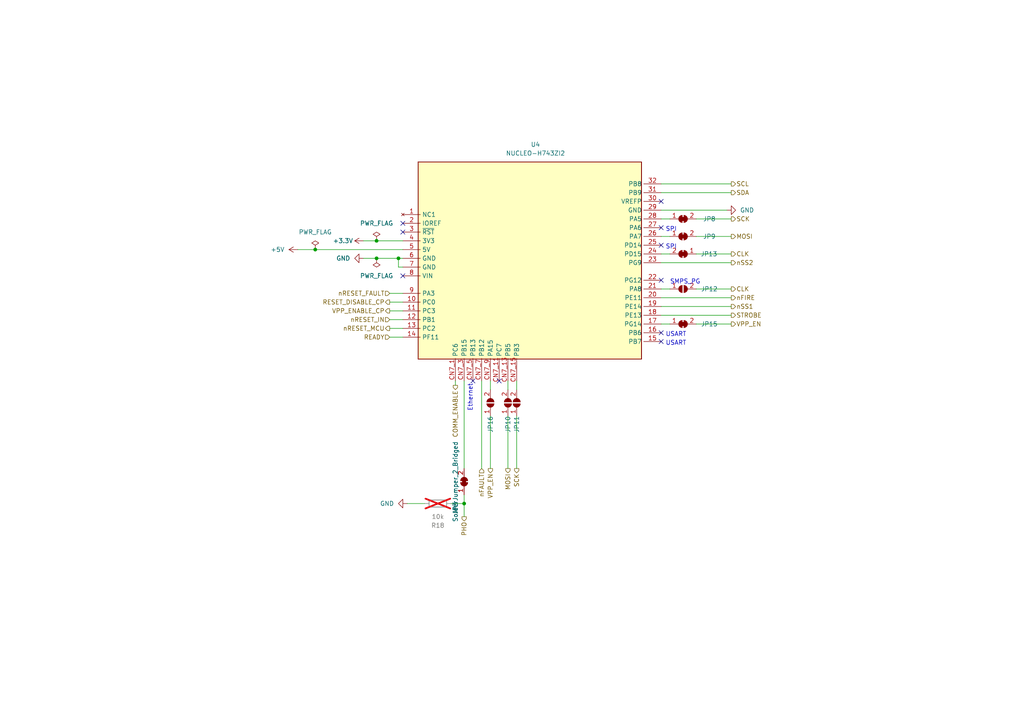
<source format=kicad_sch>
(kicad_sch (version 20231120) (generator "eeschema") (generator_version "8.0")
  (paper "A4")
  (title_block (title "Xaar 128 Driver") (date "2023-12-04") (rev "1.0.0"))
  (lib_symbols
    (symbol "Device:R" (pin_numbers hide) (pin_names (offset 0))
      (property "Reference" "R" (at 2.032 0 90))
      (property "Value" "R" (at 0 0 90))
      (symbol "R_0_1"
        (rectangle (start -1.016 -2.54) (end 1.016 2.54) (stroke (width 0.254)))
      )
      (symbol "R_1_1"
        (pin passive line (at 0 3.81 270) (length 1.27) (name "~") (number "1"))
        (pin passive line (at 0 -3.81 90) (length 1.27) (name "~") (number "2"))
      )
    )
    (symbol "Jumper:SolderJumper_2_Bridged" (pin_names (offset 0) hide)
      (property "Reference" "JP" (at 0 2.032 0))
      (property "Value" "SolderJumper_2_Bridged" (at 0 -2.54 0))
      (symbol "SolderJumper_2_Bridged_0_1"
        (rectangle (start -0.508 0.508) (end 0.508 -0.508) (fill (type outline)))
        (arc (start -0.254 1.016) (mid -1.2656 0) (end -0.254 -1.016))
        (arc (start -0.254 1.016) (mid -1.2656 0) (end -0.254 -1.016) (fill (type outline)))
        (polyline (pts (xy -0.254 1.016) (xy -0.254 -1.016)))
        (polyline (pts (xy 0.254 1.016) (xy 0.254 -1.016)))
        (arc (start 0.254 -1.016) (mid 1.2656 0) (end 0.254 1.016))
        (arc (start 0.254 -1.016) (mid 1.2656 0) (end 0.254 1.016) (fill (type outline)))
      )
      (symbol "SolderJumper_2_Bridged_1_1"
        (pin passive line (at -3.81 0 0) (length 2.54) (name "A") (number "1"))
        (pin passive line (at 3.81 0 180) (length 2.54) (name "B") (number "2"))
      )
    )
    (symbol "Jumper:SolderJumper_2_Open" (pin_names (offset 0) hide)
      (property "Reference" "JP" (at 0 2.032 0))
      (property "Value" "SolderJumper_2_Open" (at 0 -2.54 0))
      (symbol "SolderJumper_2_Open_0_1"
        (arc (start -0.254 1.016) (mid -1.2656 0) (end -0.254 -1.016))
        (arc (start -0.254 1.016) (mid -1.2656 0) (end -0.254 -1.016) (fill (type outline)))
        (polyline (pts (xy -0.254 1.016) (xy -0.254 -1.016)))
        (polyline (pts (xy 0.254 1.016) (xy 0.254 -1.016)))
        (arc (start 0.254 -1.016) (mid 1.2656 0) (end 0.254 1.016))
        (arc (start 0.254 -1.016) (mid 1.2656 0) (end 0.254 1.016) (fill (type outline)))
      )
      (symbol "SolderJumper_2_Open_1_1"
        (pin passive line (at -3.81 0 0) (length 2.54) (name "A") (number "1"))
        (pin passive line (at 3.81 0 180) (length 2.54) (name "B") (number "2"))
      )
    )
    (symbol "Xaar_Driver:NUCLEO-H7A3-Arduino"
      (property "Reference" "U" (at 10.795 -1.905 0))
      (property "Value" "NUCLEO-H743-Arduino" (at 11.43 0.635 0))
      (symbol "NUCLEO-H7A3-Arduino_0_0"
        (text "" (at 48.26 -5.08 0) (effects (font (size 1.27 1.27))))
      )
      (symbol "NUCLEO-H7A3-Arduino_1_0"
        (rectangle (start -19.685 26.67) (end 45.085 -30.48) (stroke (width 0.254)) (fill (type background)))
        (pin no_connect line (at -24.13 11.43 0) (length 5.08) (name "NC1") (number "1"))
        (pin power_in line (at -24.13 8.89 0) (length 5.08) (name "IOREF") (number "2"))
        (pin power_in line (at 50.8 12.7 180) (length 5.08) (name "GND") (number "29"))
        (pin input line (at -24.13 6.35 0) (length 5.08) (name "~{RST}") (number "3"))
        (pin power_in line (at 50.8 15.24 180) (length 5.08) (name "VREFP") (number "30"))
        (pin power_in line (at -24.13 3.81 0) (length 5.08) (name "3V3") (number "4"))
        (pin power_in line (at -24.13 1.27 0) (length 5.08) (name "5V") (number "5"))
        (pin power_in line (at -24.13 -1.27 0) (length 5.08) (name "GND") (number "6"))
        (pin power_in line (at -24.13 -3.81 0) (length 5.08) (name "GND") (number "7"))
        (pin power_in line (at -24.13 -6.35 0) (length 5.08) (name "VIN") (number "8"))
      )
      (symbol "NUCLEO-H7A3-Arduino_1_1"
        (pin bidirectional line (at -24.13 -13.97 0) (length 5.08) (name "PC0") (number "10"))
        (pin bidirectional line (at -24.13 -16.51 0) (length 5.08) (name "PC3") (number "11"))
        (pin bidirectional line (at -24.13 -19.05 0) (length 5.08) (name "PB1") (number "12"))
        (pin bidirectional line (at -24.13 -21.59 0) (length 5.08) (name "PC2") (number "13"))
        (pin bidirectional line (at -24.13 -24.13 0) (length 5.08) (name "PF11") (number "14"))
        (pin bidirectional line (at 50.8 -25.4 180) (length 5.08) (name "PB7") (number "15"))
        (pin bidirectional line (at 50.8 -22.86 180) (length 5.08) (name "PB6") (number "16"))
        (pin bidirectional line (at 50.8 -20.32 180) (length 5.08) (name "PG14") (number "17"))
        (pin bidirectional line (at 50.8 -17.78 180) (length 5.08) (name "PE13") (number "18"))
        (pin bidirectional line (at 50.8 -15.24 180) (length 5.08) (name "PE14") (number "19"))
        (pin bidirectional line (at 50.8 -12.7 180) (length 5.08) (name "PE11") (number "20"))
        (pin bidirectional line (at 50.8 -10.16 180) (length 5.08) (name "PA8") (number "21"))
        (pin bidirectional line (at 50.8 -7.62 180) (length 5.08) (name "PG12") (number "22"))
        (pin bidirectional line (at 50.8 -2.54 180) (length 5.08) (name "PG9") (number "23"))
        (pin bidirectional line (at 50.8 0 180) (length 5.08) (name "PD15") (number "24"))
        (pin bidirectional line (at 50.8 2.54 180) (length 5.08) (name "PD14") (number "25"))
        (pin bidirectional line (at 50.8 5.08 180) (length 5.08) (name "PA7") (number "26"))
        (pin bidirectional line (at 50.8 7.62 180) (length 5.08) (name "PA6") (number "27"))
        (pin bidirectional line (at 50.8 10.16 180) (length 5.08) (name "PA5") (number "28"))
        (pin bidirectional line (at 50.8 17.78 180) (length 5.08) (name "PB9") (number "31"))
        (pin bidirectional line (at 50.8 20.32 180) (length 5.08) (name "PB8") (number "32"))
        (pin bidirectional line (at -24.13 -11.43 0) (length 5.08) (name "PA3") (number "9"))
        (pin bidirectional line (at -8.89 -36.83 90) (length 6.53) (name "PC6") (number "CN7_1"))
        (pin bidirectional line (at 3.81 -36.83 90) (length 6.53) (name "PC7") (number "CN7_11"))
        (pin bidirectional line (at 6.35 -36.83 90) (length 6.53) (name "PB5") (number "CN7_13"))
        (pin bidirectional line (at 8.89 -36.83 90) (length 6.53) (name "PB3") (number "CN7_15"))
        (pin bidirectional line (at -6.35 -36.83 90) (length 6.53) (name "PB15") (number "CN7_3"))
        (pin bidirectional line (at -3.81 -36.83 90) (length 6.53) (name "PB13") (number "CN7_5"))
        (pin bidirectional line (at -1.27 -36.83 90) (length 6.53) (name "PB12") (number "CN7_7"))
        (pin bidirectional line (at 1.27 -36.83 90) (length 6.53) (name "PA15") (number "CN7_9"))
      )
    )
    (symbol "power:+3.3V" (power) (pin_names (offset 0))
      (property "Value" "+3.3V" (at 0 3.556 0))
      (symbol "+3.3V_0_1"
        (polyline (pts (xy -0.762 1.27) (xy 0 2.54)))
        (polyline (pts (xy 0 0) (xy 0 2.54)))
        (polyline (pts (xy 0 2.54) (xy 0.762 1.27)))
      )
      (symbol "+3.3V_1_1"
        (pin power_in line (at 0 0 90) (length 0) hide (name "+3.3V") (number "1"))
      )
    )
    (symbol "power:+5V" (power) (pin_names (offset 0))
      (property "Value" "+5V" (at 0 3.556 0))
      (symbol "+5V_0_1"
        (polyline (pts (xy -0.762 1.27) (xy 0 2.54)))
        (polyline (pts (xy 0 0) (xy 0 2.54)))
        (polyline (pts (xy 0 2.54) (xy 0.762 1.27)))
      )
      (symbol "+5V_1_1"
        (pin power_in line (at 0 0 90) (length 0) hide (name "+5V") (number "1"))
      )
    )
    (symbol "power:GND" (power) (pin_names (offset 0))
      (property "Value" "GND" (at 0 -3.81 0))
      (symbol "GND_0_1"
        (polyline (pts (xy 0 0) (xy 0 -1.27) (xy 1.27 -1.27) (xy 0 -2.54) (xy -1.27 -1.27) (xy 0 -1.27)))
      )
      (symbol "GND_1_1"
        (pin power_in line (at 0 0 270) (length 0) hide (name "GND") (number "1"))
      )
    )
    (symbol "power:PWR_FLAG" (power) (pin_numbers hide) (pin_names (offset 0) hide)
      (property "Value" "PWR_FLAG" (at 0 3.81 0))
      (symbol "PWR_FLAG_0_0"
        (pin power_out line (at 0 0 90) (length 0) (name "pwr") (number "1"))
      )
      (symbol "PWR_FLAG_0_1"
        (polyline (pts (xy 0 0) (xy 0 1.27) (xy -1.016 1.905) (xy 0 2.54) (xy 1.016 1.905) (xy 0 1.27)))
      )
    )
  )
  (junction (at 91.44 72.39))
  (junction (at 109.22 69.85))
  (junction (at 115.57 74.93))
  (junction (at 109.22 74.93))
  (junction (at 134.62 146.05))
  (no_connect (at 144.78 110.49))
  (no_connect (at 191.77 81.28))
  (no_connect (at 116.84 64.77))
  (no_connect (at 116.84 67.31))
  (no_connect (at 116.84 80.01))
  (no_connect (at 191.77 71.12))
  (no_connect (at 191.77 66.04))
  (no_connect (at 137.16 110.49))
  (no_connect (at 191.77 99.06))
  (no_connect (at 191.77 96.52))
  (no_connect (at 191.77 58.42))
  (wire (pts (xy 201.93 63.5) (xy 212.09 63.5)))
  (wire (pts (xy 191.77 83.82) (xy 194.31 83.82)))
  (wire (pts (xy 191.77 55.88) (xy 212.09 55.88)))
  (wire (pts (xy 132.08 110.49) (xy 132.08 111.76)))
  (wire (pts (xy 201.93 93.98) (xy 212.09 93.98)))
  (wire (pts (xy 191.77 63.5) (xy 194.31 63.5)))
  (wire (pts (xy 118.11 146.05) (xy 123.19 146.05)))
  (wire (pts (xy 149.86 120.65) (xy 149.86 135.89)))
  (wire (pts (xy 149.86 110.49) (xy 149.86 113.03)))
  (wire (pts (xy 191.77 93.98) (xy 194.31 93.98)))
  (wire (pts (xy 134.62 143.51) (xy 134.62 146.05)))
  (wire (pts (xy 130.81 146.05) (xy 134.62 146.05)))
  (wire (pts (xy 142.24 113.03) (xy 142.24 110.49)))
  (wire (pts (xy 142.24 120.65) (xy 142.24 135.89)))
  (wire (pts (xy 116.84 69.85) (xy 109.22 69.85)))
  (wire (pts (xy 191.77 60.96) (xy 210.82 60.96)))
  (wire (pts (xy 113.03 90.17) (xy 116.84 90.17)))
  (wire (pts (xy 113.03 92.71) (xy 116.84 92.71)))
  (wire (pts (xy 113.03 87.63) (xy 116.84 87.63)))
  (wire (pts (xy 191.77 53.34) (xy 212.09 53.34)))
  (wire (pts (xy 134.62 110.49) (xy 134.62 135.89)))
  (wire (pts (xy 191.77 88.9) (xy 212.09 88.9)))
  (wire (pts (xy 113.03 95.25) (xy 116.84 95.25)))
  (wire (pts (xy 191.77 68.58) (xy 194.31 68.58)))
  (wire (pts (xy 191.77 76.2) (xy 212.09 76.2)))
  (wire (pts (xy 91.44 72.39) (xy 116.84 72.39)))
  (wire (pts (xy 105.41 74.93) (xy 109.22 74.93)))
  (wire (pts (xy 201.93 73.66) (xy 212.09 73.66)))
  (wire (pts (xy 191.77 86.36) (xy 212.09 86.36)))
  (wire (pts (xy 116.84 77.47) (xy 115.57 77.47)))
  (wire (pts (xy 113.03 85.09) (xy 116.84 85.09)))
  (wire (pts (xy 201.93 83.82) (xy 212.09 83.82)))
  (wire (pts (xy 113.03 97.79) (xy 116.84 97.79)))
  (wire (pts (xy 109.22 74.93) (xy 115.57 74.93)))
  (wire (pts (xy 86.36 72.39) (xy 91.44 72.39)))
  (wire (pts (xy 139.7 110.49) (xy 139.7 135.89)))
  (wire (pts (xy 109.22 69.85) (xy 105.41 69.85)))
  (wire (pts (xy 191.77 91.44) (xy 212.09 91.44)))
  (wire (pts (xy 147.32 120.65) (xy 147.32 135.89)))
  (wire (pts (xy 115.57 74.93) (xy 116.84 74.93)))
  (wire (pts (xy 201.93 68.58) (xy 212.09 68.58)))
  (wire (pts (xy 147.32 110.49) (xy 147.32 113.03)))
  (wire (pts (xy 191.77 73.66) (xy 194.31 73.66)))
  (wire (pts (xy 115.57 77.47) (xy 115.57 74.93)))
  (wire (pts (xy 134.62 146.05) (xy 134.62 149.86)))
  (text "SMPS_PG" (at 194.31 82.55 0) (effects (font (size 1.27 1.27)) (justify left bottom)))
  (text "SPI" (at 193.04 72.39 0) (effects (font (size 1.27 1.27)) (justify left bottom)))
  (text "Ethernet" (at 137.16 119.38 90) (effects (font (size 1.27 1.27)) (justify left bottom)))
  (text "USART" (at 193.04 100.33 0) (effects (font (size 1.27 1.27)) (justify left bottom)))
  (text "USART" (at 193.04 97.79 0) (effects (font (size 1.27 1.27)) (justify left bottom)))
  (text "SPI" (at 193.04 67.31 0) (effects (font (size 1.27 1.27)) (justify left bottom)))
  (hierarchical_label "VPP_ENABLE_CP" (shape output) (at 113.03 90.17 180))
  (hierarchical_label "MOSI" (shape output) (at 212.09 68.58 0))
  (hierarchical_label "VPP_EN" (shape output) (at 212.09 93.98 0))
  (hierarchical_label "nSS1" (shape output) (at 212.09 88.9 0))
  (hierarchical_label "RESET_DISABLE_CP" (shape output) (at 113.03 87.63 180))
  (hierarchical_label "PHO" (shape output) (at 134.62 149.86 270))
  (hierarchical_label "nRESET_FAULT" (shape input) (at 113.03 85.09 180))
  (hierarchical_label "STROBE" (shape output) (at 212.09 91.44 0))
  (hierarchical_label "MOSI" (shape output) (at 147.32 135.89 270))
  (hierarchical_label "SCL" (shape output) (at 212.09 53.34 0))
  (hierarchical_label "SDA" (shape output) (at 212.09 55.88 0))
  (hierarchical_label "CLK" (shape output) (at 212.09 83.82 0))
  (hierarchical_label "COMM_ENABLE" (shape output) (at 132.08 111.76 270))
  (hierarchical_label "nSS2" (shape output) (at 212.09 76.2 0))
  (hierarchical_label "nRESET_IN" (shape input) (at 113.03 92.71 180))
  (hierarchical_label "SCK" (shape output) (at 149.86 135.89 270))
  (hierarchical_label "SCK" (shape output) (at 212.09 63.5 0))
  (hierarchical_label "nRESET_MCU" (shape output) (at 113.03 95.25 180))
  (hierarchical_label "VPP_EN" (shape output) (at 142.24 135.89 270))
  (hierarchical_label "nFIRE" (shape output) (at 212.09 86.36 0))
  (hierarchical_label "READY" (shape input) (at 113.03 97.79 180))
  (hierarchical_label "CLK" (shape output) (at 212.09 73.66 0))
  (hierarchical_label "nFAULT" (shape input) (at 139.7 135.89 270))
  (symbol (lib_id "power:PWR_FLAG") (at 109.22 69.85 0) (unit 1)
    (property "Reference" "#FLG09" (effects (hide yes)))
    (property "Value" "PWR_FLAG" (at 109.22 64.77 0))
  )
  (symbol (lib_id "power:PWR_FLAG") (at 91.44 72.39 0) (unit 1)
    (property "Reference" "#FLG010" (effects (hide yes)))
    (property "Value" "PWR_FLAG" (at 91.44 67.31 0))
  )
  (symbol (lib_id "Jumper:SolderJumper_2_Open") (at 142.24 116.84 90) (unit 1)
    (property "Reference" "JP16" (at 142.24 120.65 0) (effects (justify right)))
    (property "Value" "SolderJumper_2_Open" (effects (hide yes)))
    (property "Footprint" "Resistor_SMD:R_0603_1608Metric_Pad0.98x0.95mm_HandSolder" (effects (hide yes)))
    (property "Supplier" "None" (effects (hide yes)))
    (property "Funktion" "Connect VPP_EN to CN7" (effects (hide yes)))
  )
  (symbol (lib_id "Jumper:SolderJumper_2_Open") (at 147.32 116.84 90) (unit 1)
    (property "Reference" "JP10" (at 147.32 120.65 0) (effects (justify right)))
    (property "Value" "SolderJumper_2_Open" (effects (hide yes)))
    (property "Footprint" "Resistor_SMD:R_0603_1608Metric_Pad0.98x0.95mm_HandSolder" (effects (hide yes)))
    (property "Supplier" "None" (effects (hide yes)))
    (property "Funktion" "Connect MOSI to CN7" (effects (hide yes)))
  )
  (symbol (lib_id "power:GND") (at 105.41 74.93 270) (unit 1)
    (property "Reference" "#PWR071" (effects (hide yes)))
    (property "Value" "GND" (at 101.6 74.93 90) (effects (justify right)))
  )
  (symbol (lib_id "Jumper:SolderJumper_2_Bridged") (at 198.12 93.98 0) (unit 1)
    (property "Reference" "JP15" (at 205.74 93.98 0))
    (property "Value" "SolderJumper_2_Bridged" (effects (hide yes)))
    (property "Footprint" "Resistor_SMD:R_0603_1608Metric_Pad0.98x0.95mm_HandSolder" (effects (hide yes)))
    (property "RSBestNr" "820-6736" (effects (hide yes)))
    (property "Supplier" "RS" (effects (hide yes)))
    (property "Funktion" "Disconnect VPP_EN from Arduino" (effects (hide yes)))
  )
  (symbol (lib_id "Jumper:SolderJumper_2_Bridged") (at 198.12 68.58 0) (unit 1)
    (property "Reference" "JP9" (at 205.74 68.58 0))
    (property "Value" "SolderJumper_2_Bridged" (effects (hide yes)))
    (property "Footprint" "Resistor_SMD:R_0603_1608Metric_Pad0.98x0.95mm_HandSolder" (effects (hide yes)))
    (property "RSBestNr" "820-6736" (effects (hide yes)))
    (property "Supplier" "RS" (effects (hide yes)))
    (property "Funktion" "Disconnes MOSI from Arduino" (effects (hide yes)))
  )
  (symbol (lib_id "Device:R") (at 127 146.05 90) (mirror x) (unit 1) (dnp yes)
    (property "Reference" "R18" (at 127 152.4 90))
    (property "Value" "10k" (at 127 149.86 90))
    (property "Footprint" "Resistor_SMD:R_0603_1608Metric_Pad0.98x0.95mm_HandSolder" (effects (hide yes)))
    (property "Supplier" "Elektroplatz" (effects (hide yes)))
  )
  (symbol (lib_id "power:PWR_FLAG") (at 109.22 74.93 180) (unit 1)
    (property "Reference" "#FLG011" (effects (hide yes)))
    (property "Value" "PWR_FLAG" (at 109.22 80.01 0))
  )
  (symbol (lib_id "Jumper:SolderJumper_2_Open") (at 149.86 116.84 90) (unit 1)
    (property "Reference" "JP11" (at 149.86 120.65 0) (effects (justify right)))
    (property "Value" "SolderJumper_2_Open" (effects (hide yes)))
    (property "Footprint" "Resistor_SMD:R_0603_1608Metric_Pad0.98x0.95mm_HandSolder" (effects (hide yes)))
    (property "Supplier" "None" (effects (hide yes)))
    (property "Funktion" "Connect SCK to CN7" (effects (hide yes)))
  )
  (symbol (lib_id "power:+3.3V") (at 105.41 69.85 90) (mirror x) (unit 1)
    (property "Reference" "#PWR070" (effects (hide yes)))
    (property "Value" "+3.3V" (at 96.52 69.85 90) (effects (justify right)))
  )
  (symbol (lib_id "power:GND") (at 118.11 146.05 270) (mirror x) (unit 1)
    (property "Reference" "#PWR03" (effects (hide yes)))
    (property "Value" "GND" (at 114.3 146.05 90) (effects (justify right)))
  )
  (symbol (lib_id "Jumper:SolderJumper_2_Open") (at 198.12 83.82 0) (unit 1)
    (property "Reference" "JP12" (at 205.74 83.82 0))
    (property "Value" "SolderJumper_2_Open" (effects (hide yes)))
    (property "Footprint" "Resistor_SMD:R_0603_1608Metric_Pad0.98x0.95mm_HandSolder" (effects (hide yes)))
    (property "Supplier" "None" (effects (hide yes)))
    (property "Funktion" "Connect CLK to PA8" (effects (hide yes)))
  )
  (symbol (lib_id "power:+5V") (at 86.36 72.39 90) (unit 1)
    (property "Reference" "#PWR072" (effects (hide yes)))
    (property "Value" "+5V" (at 82.55 72.39 90) (effects (justify left)))
  )
  (symbol (lib_id "power:GND") (at 210.82 60.96 90) (unit 1)
    (property "Reference" "#PWR073" (effects (hide yes)))
    (property "Value" "GND" (at 214.63 60.96 90) (effects (justify right)))
  )
  (symbol (lib_id "Jumper:SolderJumper_2_Bridged") (at 198.12 63.5 0) (unit 1)
    (property "Reference" "JP8" (at 205.74 63.5 0))
    (property "Value" "SolderJumper_2_Bridged" (effects (hide yes)))
    (property "Footprint" "Resistor_SMD:R_0603_1608Metric_Pad0.98x0.95mm_HandSolder" (effects (hide yes)))
    (property "RSBestNr" "820-6736" (effects (hide yes)))
    (property "Supplier" "RS" (effects (hide yes)))
    (property "Funktion" "Disconnect SCK from Arduino" (effects (hide yes)))
  )
  (symbol (lib_id "Xaar_Driver:NUCLEO-H7A3-Arduino") (at 140.97 73.66 0) (unit 1)
    (property "Reference" "U4" (at 155.3131 41.91 0))
    (property "Value" "NUCLEO-H743ZI2" (at 155.3131 44.45 0))
    (property "Footprint" "Xaar-Driver:NUCLEO-H743" (effects (hide yes)))
    (property "RSBestNr" "198-8645" (effects (hide yes)))
    (property "Supplier" "RS" (effects (hide yes)))
  )
  (symbol (lib_id "Jumper:SolderJumper_2_Bridged") (at 198.12 73.66 180) (unit 1)
    (property "Reference" "JP13" (at 203.2 73.66 0) (effects (justify right)))
    (property "Value" "SolderJumper_2_Bridged" (effects (hide yes)))
    (property "Footprint" "Resistor_SMD:R_0603_1608Metric_Pad0.98x0.95mm_HandSolder" (effects (hide yes)))
    (property "RSBestNr" "820-6736" (effects (hide yes)))
    (property "Supplier" "RS" (effects (hide yes)))
    (property "Funktion" "Disconnect CLK from PD15" (effects (hide yes)))
  )
  (symbol (lib_id "Jumper:SolderJumper_2_Bridged") (at 134.62 139.7 90) (unit 1)
    (property "Reference" "JP3" (at 132.08 147.32 0))
    (property "Value" "SolderJumper_2_Bridged" (at 132.08 139.7 0))
    (property "Footprint" "Resistor_SMD:R_0603_1608Metric_Pad0.98x0.95mm_HandSolder" (effects (hide yes)))
    (property "RSBestNr" "820-6736" (effects (hide yes)))
    (property "Supplier" "RS" (effects (hide yes)))
    (property "Funktion" "Disable MCU PHO Control" (effects (hide yes)))
  )
)
</source>
